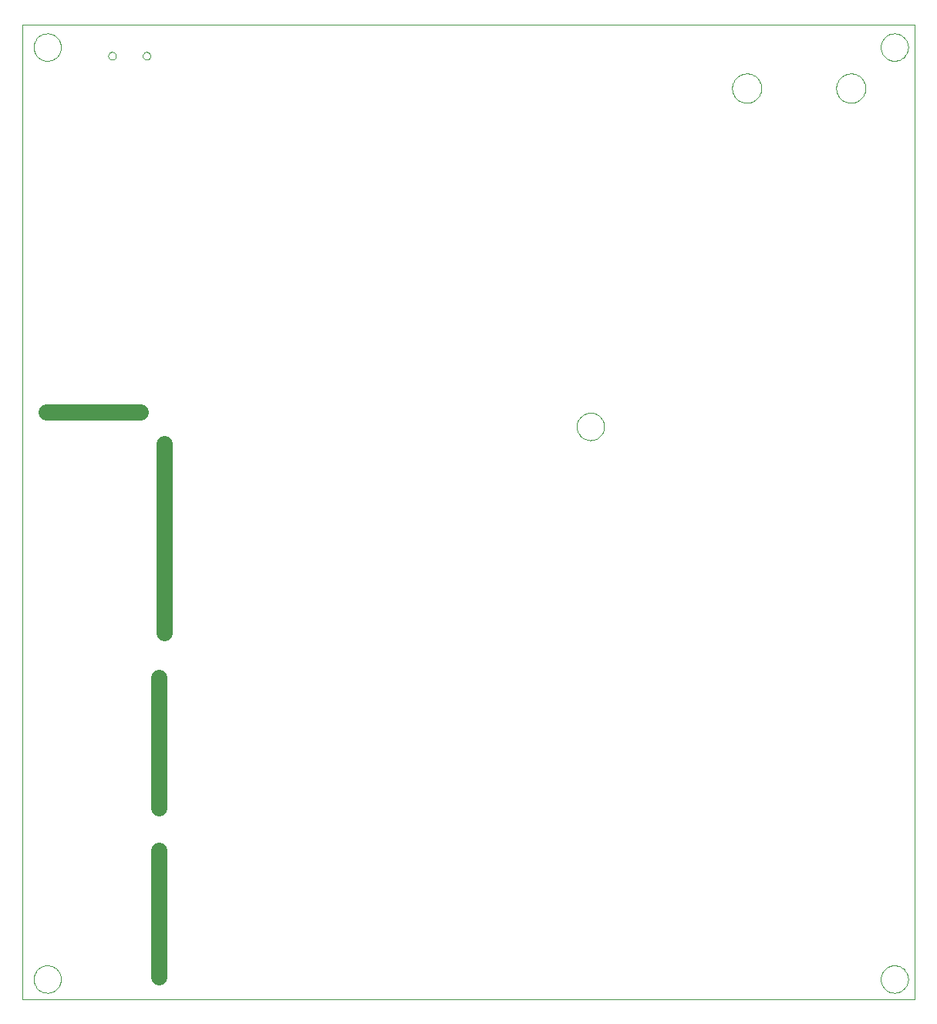
<source format=gm1>
G75*
G70*
%OFA0B0*%
%FSLAX24Y24*%
%IPPOS*%
%LPD*%
%AMOC8*
5,1,8,0,0,1.08239X$1,22.5*
%
%ADD10C,0.0000*%
%ADD11C,0.0700*%
D10*
X001946Y002213D02*
X040529Y002213D01*
X040529Y044339D01*
X001946Y044339D01*
X001946Y002213D01*
X002438Y003098D02*
X002440Y003146D01*
X002446Y003194D01*
X002456Y003241D01*
X002469Y003287D01*
X002487Y003332D01*
X002507Y003376D01*
X002532Y003418D01*
X002560Y003457D01*
X002590Y003494D01*
X002624Y003528D01*
X002661Y003560D01*
X002699Y003589D01*
X002740Y003614D01*
X002783Y003636D01*
X002828Y003654D01*
X002874Y003668D01*
X002921Y003679D01*
X002969Y003686D01*
X003017Y003689D01*
X003065Y003688D01*
X003113Y003683D01*
X003161Y003674D01*
X003207Y003662D01*
X003252Y003645D01*
X003296Y003625D01*
X003338Y003602D01*
X003378Y003575D01*
X003416Y003545D01*
X003451Y003512D01*
X003483Y003476D01*
X003513Y003438D01*
X003539Y003397D01*
X003561Y003354D01*
X003581Y003310D01*
X003596Y003265D01*
X003608Y003218D01*
X003616Y003170D01*
X003620Y003122D01*
X003620Y003074D01*
X003616Y003026D01*
X003608Y002978D01*
X003596Y002931D01*
X003581Y002886D01*
X003561Y002842D01*
X003539Y002799D01*
X003513Y002758D01*
X003483Y002720D01*
X003451Y002684D01*
X003416Y002651D01*
X003378Y002621D01*
X003338Y002594D01*
X003296Y002571D01*
X003252Y002551D01*
X003207Y002534D01*
X003161Y002522D01*
X003113Y002513D01*
X003065Y002508D01*
X003017Y002507D01*
X002969Y002510D01*
X002921Y002517D01*
X002874Y002528D01*
X002828Y002542D01*
X002783Y002560D01*
X002740Y002582D01*
X002699Y002607D01*
X002661Y002636D01*
X002624Y002668D01*
X002590Y002702D01*
X002560Y002739D01*
X002532Y002778D01*
X002507Y002820D01*
X002487Y002864D01*
X002469Y002909D01*
X002456Y002955D01*
X002446Y003002D01*
X002440Y003050D01*
X002438Y003098D01*
X025912Y026967D02*
X025914Y027015D01*
X025920Y027063D01*
X025930Y027110D01*
X025943Y027156D01*
X025961Y027201D01*
X025981Y027245D01*
X026006Y027287D01*
X026034Y027326D01*
X026064Y027363D01*
X026098Y027397D01*
X026135Y027429D01*
X026173Y027458D01*
X026214Y027483D01*
X026257Y027505D01*
X026302Y027523D01*
X026348Y027537D01*
X026395Y027548D01*
X026443Y027555D01*
X026491Y027558D01*
X026539Y027557D01*
X026587Y027552D01*
X026635Y027543D01*
X026681Y027531D01*
X026726Y027514D01*
X026770Y027494D01*
X026812Y027471D01*
X026852Y027444D01*
X026890Y027414D01*
X026925Y027381D01*
X026957Y027345D01*
X026987Y027307D01*
X027013Y027266D01*
X027035Y027223D01*
X027055Y027179D01*
X027070Y027134D01*
X027082Y027087D01*
X027090Y027039D01*
X027094Y026991D01*
X027094Y026943D01*
X027090Y026895D01*
X027082Y026847D01*
X027070Y026800D01*
X027055Y026755D01*
X027035Y026711D01*
X027013Y026668D01*
X026987Y026627D01*
X026957Y026589D01*
X026925Y026553D01*
X026890Y026520D01*
X026852Y026490D01*
X026812Y026463D01*
X026770Y026440D01*
X026726Y026420D01*
X026681Y026403D01*
X026635Y026391D01*
X026587Y026382D01*
X026539Y026377D01*
X026491Y026376D01*
X026443Y026379D01*
X026395Y026386D01*
X026348Y026397D01*
X026302Y026411D01*
X026257Y026429D01*
X026214Y026451D01*
X026173Y026476D01*
X026135Y026505D01*
X026098Y026537D01*
X026064Y026571D01*
X026034Y026608D01*
X026006Y026647D01*
X025981Y026689D01*
X025961Y026733D01*
X025943Y026778D01*
X025930Y026824D01*
X025920Y026871D01*
X025914Y026919D01*
X025912Y026967D01*
X032629Y041583D02*
X032631Y041633D01*
X032637Y041683D01*
X032647Y041732D01*
X032661Y041780D01*
X032678Y041827D01*
X032699Y041872D01*
X032724Y041916D01*
X032752Y041957D01*
X032784Y041996D01*
X032818Y042033D01*
X032855Y042067D01*
X032895Y042097D01*
X032937Y042124D01*
X032981Y042148D01*
X033027Y042169D01*
X033074Y042185D01*
X033122Y042198D01*
X033172Y042207D01*
X033221Y042212D01*
X033272Y042213D01*
X033322Y042210D01*
X033371Y042203D01*
X033420Y042192D01*
X033468Y042177D01*
X033514Y042159D01*
X033559Y042137D01*
X033602Y042111D01*
X033643Y042082D01*
X033682Y042050D01*
X033718Y042015D01*
X033750Y041977D01*
X033780Y041937D01*
X033807Y041894D01*
X033830Y041850D01*
X033849Y041804D01*
X033865Y041756D01*
X033877Y041707D01*
X033885Y041658D01*
X033889Y041608D01*
X033889Y041558D01*
X033885Y041508D01*
X033877Y041459D01*
X033865Y041410D01*
X033849Y041362D01*
X033830Y041316D01*
X033807Y041272D01*
X033780Y041229D01*
X033750Y041189D01*
X033718Y041151D01*
X033682Y041116D01*
X033643Y041084D01*
X033602Y041055D01*
X033559Y041029D01*
X033514Y041007D01*
X033468Y040989D01*
X033420Y040974D01*
X033371Y040963D01*
X033322Y040956D01*
X033272Y040953D01*
X033221Y040954D01*
X033172Y040959D01*
X033122Y040968D01*
X033074Y040981D01*
X033027Y040997D01*
X032981Y041018D01*
X032937Y041042D01*
X032895Y041069D01*
X032855Y041099D01*
X032818Y041133D01*
X032784Y041170D01*
X032752Y041209D01*
X032724Y041250D01*
X032699Y041294D01*
X032678Y041339D01*
X032661Y041386D01*
X032647Y041434D01*
X032637Y041483D01*
X032631Y041533D01*
X032629Y041583D01*
X037129Y041583D02*
X037131Y041633D01*
X037137Y041683D01*
X037147Y041732D01*
X037161Y041780D01*
X037178Y041827D01*
X037199Y041872D01*
X037224Y041916D01*
X037252Y041957D01*
X037284Y041996D01*
X037318Y042033D01*
X037355Y042067D01*
X037395Y042097D01*
X037437Y042124D01*
X037481Y042148D01*
X037527Y042169D01*
X037574Y042185D01*
X037622Y042198D01*
X037672Y042207D01*
X037721Y042212D01*
X037772Y042213D01*
X037822Y042210D01*
X037871Y042203D01*
X037920Y042192D01*
X037968Y042177D01*
X038014Y042159D01*
X038059Y042137D01*
X038102Y042111D01*
X038143Y042082D01*
X038182Y042050D01*
X038218Y042015D01*
X038250Y041977D01*
X038280Y041937D01*
X038307Y041894D01*
X038330Y041850D01*
X038349Y041804D01*
X038365Y041756D01*
X038377Y041707D01*
X038385Y041658D01*
X038389Y041608D01*
X038389Y041558D01*
X038385Y041508D01*
X038377Y041459D01*
X038365Y041410D01*
X038349Y041362D01*
X038330Y041316D01*
X038307Y041272D01*
X038280Y041229D01*
X038250Y041189D01*
X038218Y041151D01*
X038182Y041116D01*
X038143Y041084D01*
X038102Y041055D01*
X038059Y041029D01*
X038014Y041007D01*
X037968Y040989D01*
X037920Y040974D01*
X037871Y040963D01*
X037822Y040956D01*
X037772Y040953D01*
X037721Y040954D01*
X037672Y040959D01*
X037622Y040968D01*
X037574Y040981D01*
X037527Y040997D01*
X037481Y041018D01*
X037437Y041042D01*
X037395Y041069D01*
X037355Y041099D01*
X037318Y041133D01*
X037284Y041170D01*
X037252Y041209D01*
X037224Y041250D01*
X037199Y041294D01*
X037178Y041339D01*
X037161Y041386D01*
X037147Y041434D01*
X037137Y041483D01*
X037131Y041533D01*
X037129Y041583D01*
X039052Y043354D02*
X039054Y043402D01*
X039060Y043450D01*
X039070Y043497D01*
X039083Y043543D01*
X039101Y043588D01*
X039121Y043632D01*
X039146Y043674D01*
X039174Y043713D01*
X039204Y043750D01*
X039238Y043784D01*
X039275Y043816D01*
X039313Y043845D01*
X039354Y043870D01*
X039397Y043892D01*
X039442Y043910D01*
X039488Y043924D01*
X039535Y043935D01*
X039583Y043942D01*
X039631Y043945D01*
X039679Y043944D01*
X039727Y043939D01*
X039775Y043930D01*
X039821Y043918D01*
X039866Y043901D01*
X039910Y043881D01*
X039952Y043858D01*
X039992Y043831D01*
X040030Y043801D01*
X040065Y043768D01*
X040097Y043732D01*
X040127Y043694D01*
X040153Y043653D01*
X040175Y043610D01*
X040195Y043566D01*
X040210Y043521D01*
X040222Y043474D01*
X040230Y043426D01*
X040234Y043378D01*
X040234Y043330D01*
X040230Y043282D01*
X040222Y043234D01*
X040210Y043187D01*
X040195Y043142D01*
X040175Y043098D01*
X040153Y043055D01*
X040127Y043014D01*
X040097Y042976D01*
X040065Y042940D01*
X040030Y042907D01*
X039992Y042877D01*
X039952Y042850D01*
X039910Y042827D01*
X039866Y042807D01*
X039821Y042790D01*
X039775Y042778D01*
X039727Y042769D01*
X039679Y042764D01*
X039631Y042763D01*
X039583Y042766D01*
X039535Y042773D01*
X039488Y042784D01*
X039442Y042798D01*
X039397Y042816D01*
X039354Y042838D01*
X039313Y042863D01*
X039275Y042892D01*
X039238Y042924D01*
X039204Y042958D01*
X039174Y042995D01*
X039146Y043034D01*
X039121Y043076D01*
X039101Y043120D01*
X039083Y043165D01*
X039070Y043211D01*
X039060Y043258D01*
X039054Y043306D01*
X039052Y043354D01*
X007153Y042980D02*
X007155Y043005D01*
X007161Y043030D01*
X007170Y043054D01*
X007183Y043076D01*
X007200Y043096D01*
X007219Y043113D01*
X007240Y043127D01*
X007264Y043137D01*
X007288Y043144D01*
X007314Y043147D01*
X007339Y043146D01*
X007364Y043141D01*
X007388Y043132D01*
X007411Y043120D01*
X007431Y043105D01*
X007449Y043086D01*
X007464Y043065D01*
X007475Y043042D01*
X007483Y043018D01*
X007487Y042993D01*
X007487Y042967D01*
X007483Y042942D01*
X007475Y042918D01*
X007464Y042895D01*
X007449Y042874D01*
X007431Y042855D01*
X007411Y042840D01*
X007388Y042828D01*
X007364Y042819D01*
X007339Y042814D01*
X007314Y042813D01*
X007288Y042816D01*
X007264Y042823D01*
X007240Y042833D01*
X007219Y042847D01*
X007200Y042864D01*
X007183Y042884D01*
X007170Y042906D01*
X007161Y042930D01*
X007155Y042955D01*
X007153Y042980D01*
X005657Y042980D02*
X005659Y043005D01*
X005665Y043030D01*
X005674Y043054D01*
X005687Y043076D01*
X005704Y043096D01*
X005723Y043113D01*
X005744Y043127D01*
X005768Y043137D01*
X005792Y043144D01*
X005818Y043147D01*
X005843Y043146D01*
X005868Y043141D01*
X005892Y043132D01*
X005915Y043120D01*
X005935Y043105D01*
X005953Y043086D01*
X005968Y043065D01*
X005979Y043042D01*
X005987Y043018D01*
X005991Y042993D01*
X005991Y042967D01*
X005987Y042942D01*
X005979Y042918D01*
X005968Y042895D01*
X005953Y042874D01*
X005935Y042855D01*
X005915Y042840D01*
X005892Y042828D01*
X005868Y042819D01*
X005843Y042814D01*
X005818Y042813D01*
X005792Y042816D01*
X005768Y042823D01*
X005744Y042833D01*
X005723Y042847D01*
X005704Y042864D01*
X005687Y042884D01*
X005674Y042906D01*
X005665Y042930D01*
X005659Y042955D01*
X005657Y042980D01*
X002438Y043354D02*
X002440Y043402D01*
X002446Y043450D01*
X002456Y043497D01*
X002469Y043543D01*
X002487Y043588D01*
X002507Y043632D01*
X002532Y043674D01*
X002560Y043713D01*
X002590Y043750D01*
X002624Y043784D01*
X002661Y043816D01*
X002699Y043845D01*
X002740Y043870D01*
X002783Y043892D01*
X002828Y043910D01*
X002874Y043924D01*
X002921Y043935D01*
X002969Y043942D01*
X003017Y043945D01*
X003065Y043944D01*
X003113Y043939D01*
X003161Y043930D01*
X003207Y043918D01*
X003252Y043901D01*
X003296Y043881D01*
X003338Y043858D01*
X003378Y043831D01*
X003416Y043801D01*
X003451Y043768D01*
X003483Y043732D01*
X003513Y043694D01*
X003539Y043653D01*
X003561Y043610D01*
X003581Y043566D01*
X003596Y043521D01*
X003608Y043474D01*
X003616Y043426D01*
X003620Y043378D01*
X003620Y043330D01*
X003616Y043282D01*
X003608Y043234D01*
X003596Y043187D01*
X003581Y043142D01*
X003561Y043098D01*
X003539Y043055D01*
X003513Y043014D01*
X003483Y042976D01*
X003451Y042940D01*
X003416Y042907D01*
X003378Y042877D01*
X003338Y042850D01*
X003296Y042827D01*
X003252Y042807D01*
X003207Y042790D01*
X003161Y042778D01*
X003113Y042769D01*
X003065Y042764D01*
X003017Y042763D01*
X002969Y042766D01*
X002921Y042773D01*
X002874Y042784D01*
X002828Y042798D01*
X002783Y042816D01*
X002740Y042838D01*
X002699Y042863D01*
X002661Y042892D01*
X002624Y042924D01*
X002590Y042958D01*
X002560Y042995D01*
X002532Y043034D01*
X002507Y043076D01*
X002487Y043120D01*
X002469Y043165D01*
X002456Y043211D01*
X002446Y043258D01*
X002440Y043306D01*
X002438Y043354D01*
X039052Y003098D02*
X039054Y003146D01*
X039060Y003194D01*
X039070Y003241D01*
X039083Y003287D01*
X039101Y003332D01*
X039121Y003376D01*
X039146Y003418D01*
X039174Y003457D01*
X039204Y003494D01*
X039238Y003528D01*
X039275Y003560D01*
X039313Y003589D01*
X039354Y003614D01*
X039397Y003636D01*
X039442Y003654D01*
X039488Y003668D01*
X039535Y003679D01*
X039583Y003686D01*
X039631Y003689D01*
X039679Y003688D01*
X039727Y003683D01*
X039775Y003674D01*
X039821Y003662D01*
X039866Y003645D01*
X039910Y003625D01*
X039952Y003602D01*
X039992Y003575D01*
X040030Y003545D01*
X040065Y003512D01*
X040097Y003476D01*
X040127Y003438D01*
X040153Y003397D01*
X040175Y003354D01*
X040195Y003310D01*
X040210Y003265D01*
X040222Y003218D01*
X040230Y003170D01*
X040234Y003122D01*
X040234Y003074D01*
X040230Y003026D01*
X040222Y002978D01*
X040210Y002931D01*
X040195Y002886D01*
X040175Y002842D01*
X040153Y002799D01*
X040127Y002758D01*
X040097Y002720D01*
X040065Y002684D01*
X040030Y002651D01*
X039992Y002621D01*
X039952Y002594D01*
X039910Y002571D01*
X039866Y002551D01*
X039821Y002534D01*
X039775Y002522D01*
X039727Y002513D01*
X039679Y002508D01*
X039631Y002507D01*
X039583Y002510D01*
X039535Y002517D01*
X039488Y002528D01*
X039442Y002542D01*
X039397Y002560D01*
X039354Y002582D01*
X039313Y002607D01*
X039275Y002636D01*
X039238Y002668D01*
X039204Y002702D01*
X039174Y002739D01*
X039146Y002778D01*
X039121Y002820D01*
X039101Y002864D01*
X039083Y002909D01*
X039070Y002955D01*
X039060Y003002D01*
X039054Y003050D01*
X039052Y003098D01*
D11*
X007851Y003197D02*
X007851Y008659D01*
X007851Y010480D02*
X007851Y016140D01*
X008097Y018059D02*
X008097Y026228D01*
X007064Y027606D02*
X002979Y027606D01*
M02*

</source>
